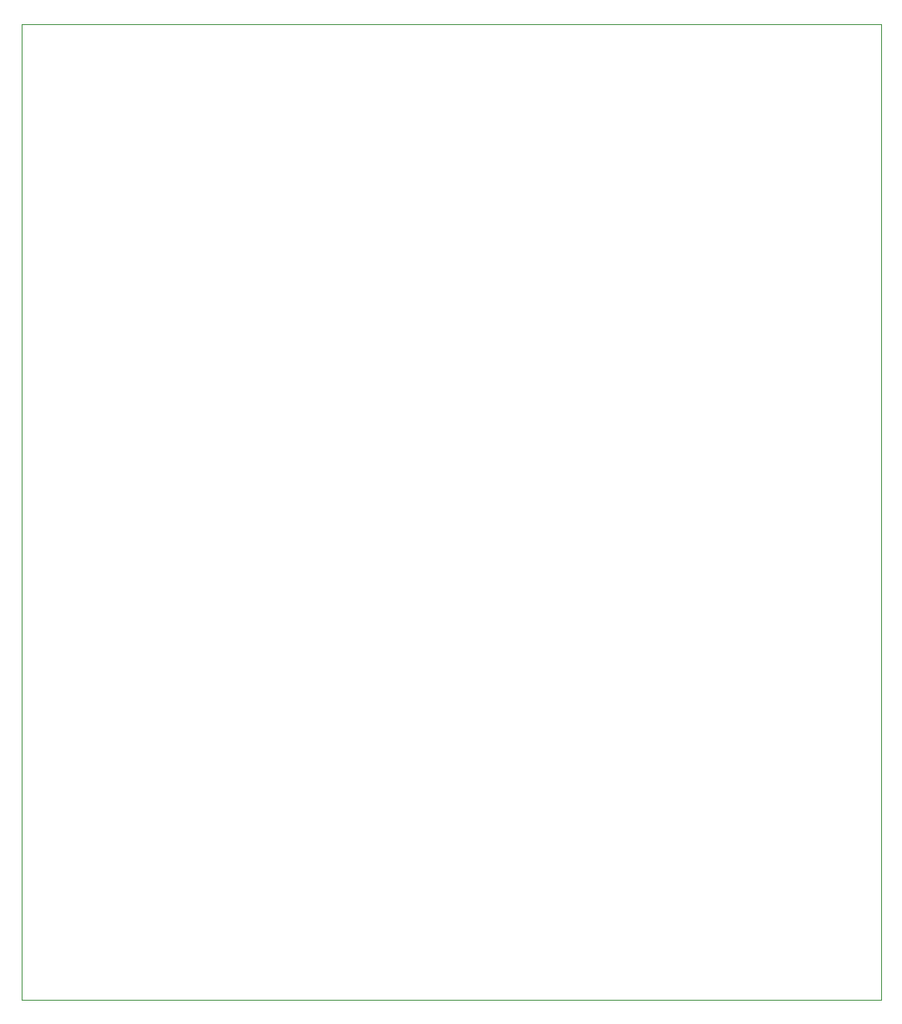
<source format=gbp>
G75*
%MOIN*%
%OFA0B0*%
%FSLAX25Y25*%
%IPPOS*%
%LPD*%
%AMOC8*
5,1,8,0,0,1.08239X$1,22.5*
%
%ADD10C,0.00000*%
D10*
X0001000Y0001000D02*
X0001000Y0390961D01*
X0344701Y0390961D01*
X0344701Y0001000D01*
X0001000Y0001000D01*
M02*

</source>
